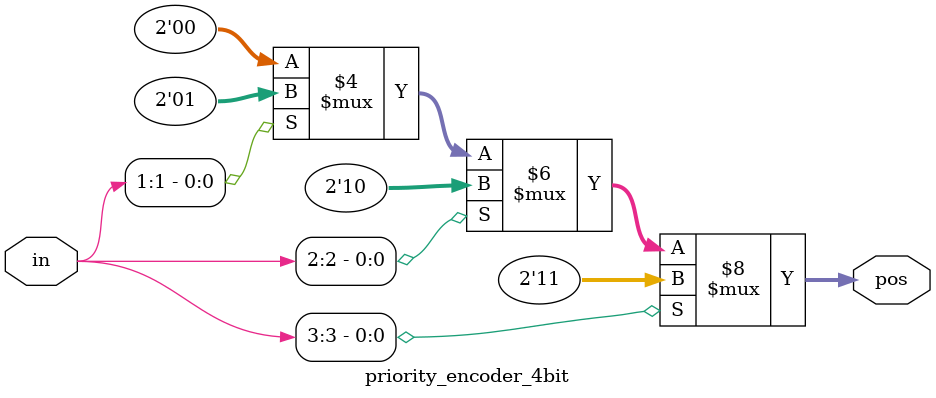
<source format=v>
module priority_encoder_4bit (
    input  [3:0] in,
    output reg [1:0] pos
);

always @(*) begin
    case (1'b1)
        in[3]: pos = 2'd3;  // MSB
        in[2]: pos = 2'd2;
        in[1]: pos = 2'd1;
        in[0]: pos = 2'd0;
        default: pos = 2'd0; // all bits zero
    endcase
end

endmodule

</source>
